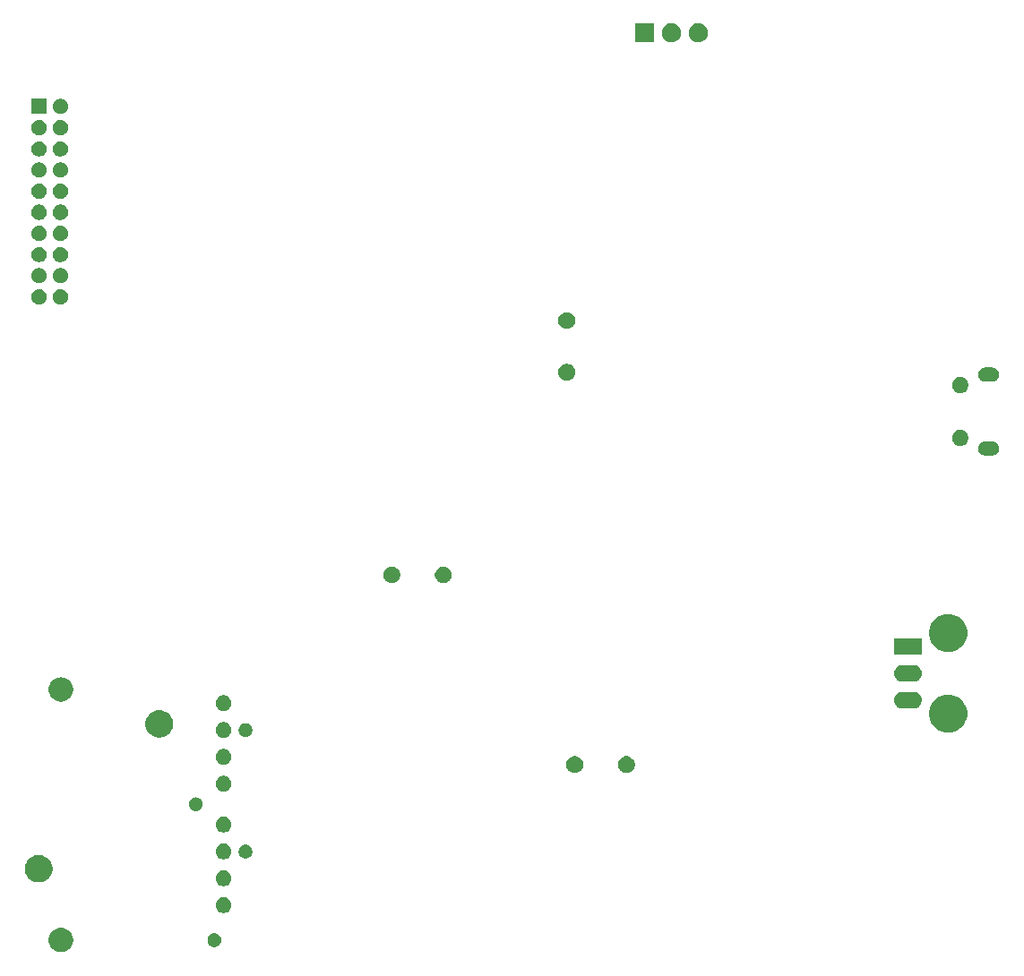
<source format=gbs>
G04 #@! TF.GenerationSoftware,KiCad,Pcbnew,5.1.5-52549c5~86~ubuntu16.04.1*
G04 #@! TF.CreationDate,2020-04-05T23:11:04+05:00*
G04 #@! TF.ProjectId,usb2most,75736232-6d6f-4737-942e-6b696361645f,rev?*
G04 #@! TF.SameCoordinates,Original*
G04 #@! TF.FileFunction,Soldermask,Bot*
G04 #@! TF.FilePolarity,Negative*
%FSLAX46Y46*%
G04 Gerber Fmt 4.6, Leading zero omitted, Abs format (unit mm)*
G04 Created by KiCad (PCBNEW 5.1.5-52549c5~86~ubuntu16.04.1) date 2020-04-05 23:11:04*
%MOMM*%
%LPD*%
G04 APERTURE LIST*
%ADD10C,0.100000*%
G04 APERTURE END LIST*
D10*
G36*
X24587324Y-107794731D02*
G01*
X24735443Y-107824194D01*
X24944729Y-107910884D01*
X25133082Y-108036737D01*
X25293263Y-108196918D01*
X25419116Y-108385271D01*
X25505806Y-108594557D01*
X25550000Y-108816735D01*
X25550000Y-109043265D01*
X25505806Y-109265443D01*
X25419116Y-109474729D01*
X25293263Y-109663082D01*
X25133082Y-109823263D01*
X24944729Y-109949116D01*
X24735443Y-110035806D01*
X24587324Y-110065269D01*
X24513266Y-110080000D01*
X24286734Y-110080000D01*
X24212676Y-110065269D01*
X24064557Y-110035806D01*
X23855271Y-109949116D01*
X23666918Y-109823263D01*
X23506737Y-109663082D01*
X23380884Y-109474729D01*
X23294194Y-109265443D01*
X23250000Y-109043265D01*
X23250000Y-108816735D01*
X23294194Y-108594557D01*
X23380884Y-108385271D01*
X23506737Y-108196918D01*
X23666918Y-108036737D01*
X23855271Y-107910884D01*
X24064557Y-107824194D01*
X24212676Y-107794731D01*
X24286734Y-107780000D01*
X24513266Y-107780000D01*
X24587324Y-107794731D01*
G37*
G36*
X39047738Y-108296653D02*
G01*
X39089598Y-108304979D01*
X39138596Y-108325275D01*
X39207889Y-108353977D01*
X39207890Y-108353978D01*
X39314351Y-108425112D01*
X39404888Y-108515649D01*
X39452418Y-108586784D01*
X39476023Y-108622111D01*
X39525021Y-108740403D01*
X39550000Y-108865979D01*
X39550000Y-108994021D01*
X39525021Y-109119597D01*
X39476023Y-109237889D01*
X39476022Y-109237890D01*
X39404888Y-109344351D01*
X39314351Y-109434888D01*
X39254727Y-109474727D01*
X39207889Y-109506023D01*
X39138596Y-109534725D01*
X39089598Y-109555021D01*
X39047738Y-109563347D01*
X38964021Y-109580000D01*
X38835979Y-109580000D01*
X38752262Y-109563347D01*
X38710402Y-109555021D01*
X38661404Y-109534725D01*
X38592111Y-109506023D01*
X38545273Y-109474727D01*
X38485649Y-109434888D01*
X38395112Y-109344351D01*
X38323978Y-109237890D01*
X38323977Y-109237889D01*
X38274979Y-109119597D01*
X38250000Y-108994021D01*
X38250000Y-108865979D01*
X38274979Y-108740403D01*
X38323977Y-108622111D01*
X38347582Y-108586784D01*
X38395112Y-108515649D01*
X38485649Y-108425112D01*
X38592110Y-108353978D01*
X38592111Y-108353977D01*
X38661404Y-108325275D01*
X38710402Y-108304979D01*
X38752262Y-108296653D01*
X38835979Y-108280000D01*
X38964021Y-108280000D01*
X39047738Y-108296653D01*
G37*
G36*
X39988766Y-104908821D02*
G01*
X40125257Y-104965358D01*
X40248097Y-105047437D01*
X40352563Y-105151903D01*
X40434642Y-105274743D01*
X40491179Y-105411234D01*
X40520000Y-105556130D01*
X40520000Y-105703870D01*
X40491179Y-105848766D01*
X40434642Y-105985257D01*
X40352563Y-106108097D01*
X40248097Y-106212563D01*
X40125257Y-106294642D01*
X39988766Y-106351179D01*
X39843870Y-106380000D01*
X39696130Y-106380000D01*
X39551234Y-106351179D01*
X39414743Y-106294642D01*
X39291903Y-106212563D01*
X39187437Y-106108097D01*
X39105358Y-105985257D01*
X39048821Y-105848766D01*
X39020000Y-105703870D01*
X39020000Y-105556130D01*
X39048821Y-105411234D01*
X39105358Y-105274743D01*
X39187437Y-105151903D01*
X39291903Y-105047437D01*
X39414743Y-104965358D01*
X39551234Y-104908821D01*
X39696130Y-104880000D01*
X39843870Y-104880000D01*
X39988766Y-104908821D01*
G37*
G36*
X39988766Y-102368821D02*
G01*
X40125257Y-102425358D01*
X40248097Y-102507437D01*
X40352563Y-102611903D01*
X40434642Y-102734743D01*
X40491179Y-102871234D01*
X40520000Y-103016130D01*
X40520000Y-103163870D01*
X40491179Y-103308766D01*
X40434642Y-103445257D01*
X40352563Y-103568097D01*
X40248097Y-103672563D01*
X40125257Y-103754642D01*
X39988766Y-103811179D01*
X39843870Y-103840000D01*
X39696130Y-103840000D01*
X39551234Y-103811179D01*
X39414743Y-103754642D01*
X39291903Y-103672563D01*
X39187437Y-103568097D01*
X39105358Y-103445257D01*
X39048821Y-103308766D01*
X39020000Y-103163870D01*
X39020000Y-103016130D01*
X39048821Y-102871234D01*
X39105358Y-102734743D01*
X39187437Y-102611903D01*
X39291903Y-102507437D01*
X39414743Y-102425358D01*
X39551234Y-102368821D01*
X39696130Y-102340000D01*
X39843870Y-102340000D01*
X39988766Y-102368821D01*
G37*
G36*
X22553617Y-100904979D02*
G01*
X22679196Y-100929958D01*
X22915781Y-101027955D01*
X23128702Y-101170224D01*
X23309776Y-101351298D01*
X23452045Y-101564219D01*
X23550042Y-101800804D01*
X23600000Y-102051961D01*
X23600000Y-102308039D01*
X23550042Y-102559196D01*
X23452045Y-102795781D01*
X23309776Y-103008702D01*
X23128702Y-103189776D01*
X22915781Y-103332045D01*
X22679196Y-103430042D01*
X22428040Y-103480000D01*
X22171960Y-103480000D01*
X21920804Y-103430042D01*
X21684219Y-103332045D01*
X21471298Y-103189776D01*
X21290224Y-103008702D01*
X21147955Y-102795781D01*
X21049958Y-102559196D01*
X21000000Y-102308039D01*
X21000000Y-102051961D01*
X21049958Y-101800804D01*
X21147955Y-101564219D01*
X21290224Y-101351298D01*
X21471298Y-101170224D01*
X21684219Y-101027955D01*
X21920804Y-100929958D01*
X22046383Y-100904979D01*
X22171960Y-100880000D01*
X22428040Y-100880000D01*
X22553617Y-100904979D01*
G37*
G36*
X39988766Y-99828821D02*
G01*
X40125257Y-99885358D01*
X40248097Y-99967437D01*
X40352563Y-100071903D01*
X40434642Y-100194743D01*
X40491179Y-100331234D01*
X40520000Y-100476130D01*
X40520000Y-100623870D01*
X40491179Y-100768766D01*
X40434642Y-100905257D01*
X40352563Y-101028097D01*
X40248097Y-101132563D01*
X40125257Y-101214642D01*
X39988766Y-101271179D01*
X39843870Y-101300000D01*
X39696130Y-101300000D01*
X39551234Y-101271179D01*
X39414743Y-101214642D01*
X39291903Y-101132563D01*
X39187437Y-101028097D01*
X39105358Y-100905257D01*
X39048821Y-100768766D01*
X39020000Y-100623870D01*
X39020000Y-100476130D01*
X39048821Y-100331234D01*
X39105358Y-100194743D01*
X39187437Y-100071903D01*
X39291903Y-99967437D01*
X39414743Y-99885358D01*
X39551234Y-99828821D01*
X39696130Y-99800000D01*
X39843870Y-99800000D01*
X39988766Y-99828821D01*
G37*
G36*
X41997738Y-99916653D02*
G01*
X42039598Y-99924979D01*
X42088596Y-99945275D01*
X42157889Y-99973977D01*
X42157890Y-99973978D01*
X42264351Y-100045112D01*
X42354888Y-100135649D01*
X42394372Y-100194742D01*
X42426023Y-100242111D01*
X42454725Y-100311404D01*
X42475021Y-100360402D01*
X42500000Y-100485981D01*
X42500000Y-100614019D01*
X42475021Y-100739598D01*
X42454725Y-100788596D01*
X42426023Y-100857889D01*
X42426022Y-100857890D01*
X42354888Y-100964351D01*
X42264351Y-101054888D01*
X42193216Y-101102418D01*
X42157889Y-101126023D01*
X42088596Y-101154725D01*
X42039598Y-101175021D01*
X41997738Y-101183347D01*
X41914021Y-101200000D01*
X41785979Y-101200000D01*
X41702262Y-101183347D01*
X41660402Y-101175021D01*
X41611404Y-101154725D01*
X41542111Y-101126023D01*
X41506784Y-101102418D01*
X41435649Y-101054888D01*
X41345112Y-100964351D01*
X41273978Y-100857890D01*
X41273977Y-100857889D01*
X41245275Y-100788596D01*
X41224979Y-100739598D01*
X41200000Y-100614019D01*
X41200000Y-100485981D01*
X41224979Y-100360402D01*
X41245275Y-100311404D01*
X41273977Y-100242111D01*
X41305628Y-100194742D01*
X41345112Y-100135649D01*
X41435649Y-100045112D01*
X41542110Y-99973978D01*
X41542111Y-99973977D01*
X41611404Y-99945275D01*
X41660402Y-99924979D01*
X41702262Y-99916653D01*
X41785979Y-99900000D01*
X41914021Y-99900000D01*
X41997738Y-99916653D01*
G37*
G36*
X39988766Y-97288821D02*
G01*
X40125257Y-97345358D01*
X40248097Y-97427437D01*
X40352563Y-97531903D01*
X40434642Y-97654743D01*
X40491179Y-97791234D01*
X40520000Y-97936130D01*
X40520000Y-98083870D01*
X40491179Y-98228766D01*
X40434642Y-98365257D01*
X40352563Y-98488097D01*
X40248097Y-98592563D01*
X40125257Y-98674642D01*
X39988766Y-98731179D01*
X39843870Y-98760000D01*
X39696130Y-98760000D01*
X39551234Y-98731179D01*
X39414743Y-98674642D01*
X39291903Y-98592563D01*
X39187437Y-98488097D01*
X39105358Y-98365257D01*
X39048821Y-98228766D01*
X39020000Y-98083870D01*
X39020000Y-97936130D01*
X39048821Y-97791234D01*
X39105358Y-97654743D01*
X39187437Y-97531903D01*
X39291903Y-97427437D01*
X39414743Y-97345358D01*
X39551234Y-97288821D01*
X39696130Y-97260000D01*
X39843870Y-97260000D01*
X39988766Y-97288821D01*
G37*
G36*
X37297738Y-95446653D02*
G01*
X37339598Y-95454979D01*
X37388596Y-95475275D01*
X37457889Y-95503977D01*
X37457890Y-95503978D01*
X37564351Y-95575112D01*
X37654888Y-95665649D01*
X37702418Y-95736784D01*
X37726023Y-95772111D01*
X37775021Y-95890403D01*
X37800000Y-96015979D01*
X37800000Y-96144021D01*
X37775021Y-96269597D01*
X37726023Y-96387889D01*
X37726022Y-96387890D01*
X37654888Y-96494351D01*
X37564351Y-96584888D01*
X37493216Y-96632418D01*
X37457889Y-96656023D01*
X37388596Y-96684725D01*
X37339598Y-96705021D01*
X37297738Y-96713347D01*
X37214021Y-96730000D01*
X37085979Y-96730000D01*
X37002262Y-96713347D01*
X36960402Y-96705021D01*
X36911404Y-96684725D01*
X36842111Y-96656023D01*
X36806784Y-96632418D01*
X36735649Y-96584888D01*
X36645112Y-96494351D01*
X36573978Y-96387890D01*
X36573977Y-96387889D01*
X36524979Y-96269597D01*
X36500000Y-96144021D01*
X36500000Y-96015979D01*
X36524979Y-95890403D01*
X36573977Y-95772111D01*
X36597582Y-95736784D01*
X36645112Y-95665649D01*
X36735649Y-95575112D01*
X36842110Y-95503978D01*
X36842111Y-95503977D01*
X36911404Y-95475275D01*
X36960402Y-95454979D01*
X37002262Y-95446653D01*
X37085979Y-95430000D01*
X37214021Y-95430000D01*
X37297738Y-95446653D01*
G37*
G36*
X39988766Y-93428821D02*
G01*
X40125257Y-93485358D01*
X40248097Y-93567437D01*
X40352563Y-93671903D01*
X40434642Y-93794743D01*
X40491179Y-93931234D01*
X40520000Y-94076130D01*
X40520000Y-94223870D01*
X40491179Y-94368766D01*
X40434642Y-94505257D01*
X40352563Y-94628097D01*
X40248097Y-94732563D01*
X40125257Y-94814642D01*
X39988766Y-94871179D01*
X39843870Y-94900000D01*
X39696130Y-94900000D01*
X39551234Y-94871179D01*
X39414743Y-94814642D01*
X39291903Y-94732563D01*
X39187437Y-94628097D01*
X39105358Y-94505257D01*
X39048821Y-94368766D01*
X39020000Y-94223870D01*
X39020000Y-94076130D01*
X39048821Y-93931234D01*
X39105358Y-93794743D01*
X39187437Y-93671903D01*
X39291903Y-93567437D01*
X39414743Y-93485358D01*
X39551234Y-93428821D01*
X39696130Y-93400000D01*
X39843870Y-93400000D01*
X39988766Y-93428821D01*
G37*
G36*
X73193351Y-91570743D02*
G01*
X73338941Y-91631048D01*
X73469970Y-91718599D01*
X73581401Y-91830030D01*
X73668952Y-91961059D01*
X73729257Y-92106649D01*
X73760000Y-92261206D01*
X73760000Y-92418794D01*
X73729257Y-92573351D01*
X73668952Y-92718941D01*
X73581401Y-92849970D01*
X73469970Y-92961401D01*
X73338941Y-93048952D01*
X73193351Y-93109257D01*
X73038794Y-93140000D01*
X72881206Y-93140000D01*
X72726649Y-93109257D01*
X72581059Y-93048952D01*
X72450030Y-92961401D01*
X72338599Y-92849970D01*
X72251048Y-92718941D01*
X72190743Y-92573351D01*
X72160000Y-92418794D01*
X72160000Y-92261206D01*
X72190743Y-92106649D01*
X72251048Y-91961059D01*
X72338599Y-91830030D01*
X72450030Y-91718599D01*
X72581059Y-91631048D01*
X72726649Y-91570743D01*
X72881206Y-91540000D01*
X73038794Y-91540000D01*
X73193351Y-91570743D01*
G37*
G36*
X78073351Y-91570743D02*
G01*
X78218941Y-91631048D01*
X78349970Y-91718599D01*
X78461401Y-91830030D01*
X78548952Y-91961059D01*
X78609257Y-92106649D01*
X78640000Y-92261206D01*
X78640000Y-92418794D01*
X78609257Y-92573351D01*
X78548952Y-92718941D01*
X78461401Y-92849970D01*
X78349970Y-92961401D01*
X78218941Y-93048952D01*
X78073351Y-93109257D01*
X77918794Y-93140000D01*
X77761206Y-93140000D01*
X77606649Y-93109257D01*
X77461059Y-93048952D01*
X77330030Y-92961401D01*
X77218599Y-92849970D01*
X77131048Y-92718941D01*
X77070743Y-92573351D01*
X77040000Y-92418794D01*
X77040000Y-92261206D01*
X77070743Y-92106649D01*
X77131048Y-91961059D01*
X77218599Y-91830030D01*
X77330030Y-91718599D01*
X77461059Y-91631048D01*
X77606649Y-91570743D01*
X77761206Y-91540000D01*
X77918794Y-91540000D01*
X78073351Y-91570743D01*
G37*
G36*
X39988766Y-90888821D02*
G01*
X40125257Y-90945358D01*
X40248097Y-91027437D01*
X40352563Y-91131903D01*
X40434642Y-91254743D01*
X40491179Y-91391234D01*
X40520000Y-91536130D01*
X40520000Y-91683870D01*
X40491179Y-91828766D01*
X40434642Y-91965257D01*
X40352563Y-92088097D01*
X40248097Y-92192563D01*
X40125257Y-92274642D01*
X39988766Y-92331179D01*
X39843870Y-92360000D01*
X39696130Y-92360000D01*
X39551234Y-92331179D01*
X39414743Y-92274642D01*
X39291903Y-92192563D01*
X39187437Y-92088097D01*
X39105358Y-91965257D01*
X39048821Y-91828766D01*
X39020000Y-91683870D01*
X39020000Y-91536130D01*
X39048821Y-91391234D01*
X39105358Y-91254743D01*
X39187437Y-91131903D01*
X39291903Y-91027437D01*
X39414743Y-90945358D01*
X39551234Y-90888821D01*
X39696130Y-90860000D01*
X39843870Y-90860000D01*
X39988766Y-90888821D01*
G37*
G36*
X39988766Y-88348821D02*
G01*
X40125257Y-88405358D01*
X40248097Y-88487437D01*
X40352563Y-88591903D01*
X40434642Y-88714743D01*
X40491179Y-88851234D01*
X40520000Y-88996130D01*
X40520000Y-89143870D01*
X40491179Y-89288766D01*
X40434642Y-89425257D01*
X40352563Y-89548097D01*
X40248097Y-89652563D01*
X40125257Y-89734642D01*
X39988766Y-89791179D01*
X39843870Y-89820000D01*
X39696130Y-89820000D01*
X39551234Y-89791179D01*
X39414743Y-89734642D01*
X39291903Y-89652563D01*
X39187437Y-89548097D01*
X39105358Y-89425257D01*
X39048821Y-89288766D01*
X39020000Y-89143870D01*
X39020000Y-88996130D01*
X39048821Y-88851234D01*
X39105358Y-88714743D01*
X39187437Y-88591903D01*
X39291903Y-88487437D01*
X39414743Y-88405358D01*
X39551234Y-88348821D01*
X39696130Y-88320000D01*
X39843870Y-88320000D01*
X39988766Y-88348821D01*
G37*
G36*
X33901645Y-87194641D02*
G01*
X34079196Y-87229958D01*
X34315781Y-87327955D01*
X34528702Y-87470224D01*
X34709776Y-87651298D01*
X34852045Y-87864219D01*
X34852046Y-87864221D01*
X34950042Y-88100805D01*
X34999376Y-88348821D01*
X35000000Y-88351961D01*
X35000000Y-88608039D01*
X34950042Y-88859196D01*
X34852045Y-89095781D01*
X34709776Y-89308702D01*
X34528702Y-89489776D01*
X34315781Y-89632045D01*
X34079196Y-89730042D01*
X33953617Y-89755021D01*
X33828040Y-89780000D01*
X33571960Y-89780000D01*
X33446383Y-89755021D01*
X33320804Y-89730042D01*
X33084219Y-89632045D01*
X32871298Y-89489776D01*
X32690224Y-89308702D01*
X32547955Y-89095781D01*
X32449958Y-88859196D01*
X32400000Y-88608039D01*
X32400000Y-88351961D01*
X32400625Y-88348821D01*
X32449958Y-88100805D01*
X32547954Y-87864221D01*
X32547955Y-87864219D01*
X32690224Y-87651298D01*
X32871298Y-87470224D01*
X33084219Y-87327955D01*
X33320804Y-87229958D01*
X33498355Y-87194641D01*
X33571960Y-87180000D01*
X33828040Y-87180000D01*
X33901645Y-87194641D01*
G37*
G36*
X41997738Y-88436653D02*
G01*
X42039598Y-88444979D01*
X42088596Y-88465275D01*
X42157889Y-88493977D01*
X42157890Y-88493978D01*
X42264351Y-88565112D01*
X42354888Y-88655649D01*
X42394372Y-88714742D01*
X42426023Y-88762111D01*
X42454725Y-88831404D01*
X42475021Y-88880402D01*
X42500000Y-89005981D01*
X42500000Y-89134019D01*
X42475021Y-89259598D01*
X42454725Y-89308596D01*
X42426023Y-89377889D01*
X42426022Y-89377890D01*
X42354888Y-89484351D01*
X42264351Y-89574888D01*
X42193216Y-89622418D01*
X42157889Y-89646023D01*
X42088596Y-89674725D01*
X42039598Y-89695021D01*
X41997738Y-89703347D01*
X41914021Y-89720000D01*
X41785979Y-89720000D01*
X41702262Y-89703347D01*
X41660402Y-89695021D01*
X41611404Y-89674725D01*
X41542111Y-89646023D01*
X41506784Y-89622418D01*
X41435649Y-89574888D01*
X41345112Y-89484351D01*
X41273978Y-89377890D01*
X41273977Y-89377889D01*
X41245275Y-89308596D01*
X41224979Y-89259598D01*
X41200000Y-89134019D01*
X41200000Y-89005981D01*
X41224979Y-88880402D01*
X41245275Y-88831404D01*
X41273977Y-88762111D01*
X41305628Y-88714742D01*
X41345112Y-88655649D01*
X41435649Y-88565112D01*
X41542110Y-88493978D01*
X41542111Y-88493977D01*
X41611404Y-88465275D01*
X41660402Y-88444979D01*
X41702262Y-88436653D01*
X41785979Y-88420000D01*
X41914021Y-88420000D01*
X41997738Y-88436653D01*
G37*
G36*
X108601162Y-85753586D02*
G01*
X108775041Y-85788173D01*
X109102620Y-85923861D01*
X109397433Y-86120849D01*
X109648151Y-86371567D01*
X109771805Y-86556628D01*
X109845140Y-86666382D01*
X109857245Y-86695606D01*
X109980827Y-86993959D01*
X110050000Y-87341716D01*
X110050000Y-87696284D01*
X109980827Y-88044041D01*
X109868420Y-88315415D01*
X109853283Y-88351960D01*
X109845139Y-88371620D01*
X109648151Y-88666433D01*
X109397433Y-88917151D01*
X109102620Y-89114139D01*
X108775041Y-89249827D01*
X108601162Y-89284414D01*
X108427286Y-89319000D01*
X108072714Y-89319000D01*
X107898838Y-89284414D01*
X107724959Y-89249827D01*
X107397380Y-89114139D01*
X107102567Y-88917151D01*
X106851849Y-88666433D01*
X106654861Y-88371620D01*
X106646718Y-88351960D01*
X106631580Y-88315415D01*
X106519173Y-88044041D01*
X106450000Y-87696284D01*
X106450000Y-87341716D01*
X106519173Y-86993959D01*
X106642755Y-86695606D01*
X106654860Y-86666382D01*
X106728195Y-86556628D01*
X106851849Y-86371567D01*
X107102567Y-86120849D01*
X107397380Y-85923861D01*
X107724959Y-85788173D01*
X107898838Y-85753586D01*
X108072714Y-85719000D01*
X108427286Y-85719000D01*
X108601162Y-85753586D01*
G37*
G36*
X39988766Y-85808821D02*
G01*
X40125257Y-85865358D01*
X40248097Y-85947437D01*
X40352563Y-86051903D01*
X40434642Y-86174743D01*
X40491179Y-86311234D01*
X40520000Y-86456130D01*
X40520000Y-86603870D01*
X40491179Y-86748766D01*
X40434642Y-86885257D01*
X40352563Y-87008097D01*
X40248097Y-87112563D01*
X40125257Y-87194642D01*
X39988766Y-87251179D01*
X39843870Y-87280000D01*
X39696130Y-87280000D01*
X39551234Y-87251179D01*
X39414743Y-87194642D01*
X39291903Y-87112563D01*
X39187437Y-87008097D01*
X39105358Y-86885257D01*
X39048821Y-86748766D01*
X39020000Y-86603870D01*
X39020000Y-86456130D01*
X39048821Y-86311234D01*
X39105358Y-86174743D01*
X39187437Y-86051903D01*
X39291903Y-85947437D01*
X39414743Y-85865358D01*
X39551234Y-85808821D01*
X39696130Y-85780000D01*
X39843870Y-85780000D01*
X39988766Y-85808821D01*
G37*
G36*
X105018471Y-85452859D02*
G01*
X105096827Y-85460576D01*
X105247628Y-85506321D01*
X105247630Y-85506322D01*
X105386605Y-85580606D01*
X105508422Y-85680578D01*
X105608394Y-85802395D01*
X105642049Y-85865359D01*
X105682679Y-85941372D01*
X105728424Y-86092173D01*
X105743870Y-86249000D01*
X105728424Y-86405827D01*
X105713164Y-86456131D01*
X105682678Y-86556630D01*
X105608394Y-86695605D01*
X105508422Y-86817422D01*
X105386605Y-86917394D01*
X105247630Y-86991678D01*
X105247628Y-86991679D01*
X105096827Y-87037424D01*
X105018471Y-87045141D01*
X104979294Y-87049000D01*
X103900706Y-87049000D01*
X103861529Y-87045141D01*
X103783173Y-87037424D01*
X103632372Y-86991679D01*
X103632370Y-86991678D01*
X103493395Y-86917394D01*
X103371578Y-86817422D01*
X103271606Y-86695605D01*
X103197322Y-86556630D01*
X103166836Y-86456131D01*
X103151576Y-86405827D01*
X103136130Y-86249000D01*
X103151576Y-86092173D01*
X103197321Y-85941372D01*
X103237951Y-85865359D01*
X103271606Y-85802395D01*
X103371578Y-85680578D01*
X103493395Y-85580606D01*
X103632370Y-85506322D01*
X103632372Y-85506321D01*
X103783173Y-85460576D01*
X103861529Y-85452859D01*
X103900706Y-85449000D01*
X104979294Y-85449000D01*
X105018471Y-85452859D01*
G37*
G36*
X24587324Y-84094731D02*
G01*
X24735443Y-84124194D01*
X24944729Y-84210884D01*
X25133082Y-84336737D01*
X25293263Y-84496918D01*
X25419116Y-84685271D01*
X25505806Y-84894557D01*
X25550000Y-85116735D01*
X25550000Y-85343265D01*
X25505806Y-85565443D01*
X25419116Y-85774729D01*
X25293263Y-85963082D01*
X25133082Y-86123263D01*
X24944729Y-86249116D01*
X24735443Y-86335806D01*
X24587324Y-86365269D01*
X24513266Y-86380000D01*
X24286734Y-86380000D01*
X24212676Y-86365269D01*
X24064557Y-86335806D01*
X23855271Y-86249116D01*
X23666918Y-86123263D01*
X23506737Y-85963082D01*
X23380884Y-85774729D01*
X23294194Y-85565443D01*
X23250000Y-85343265D01*
X23250000Y-85116735D01*
X23294194Y-84894557D01*
X23380884Y-84685271D01*
X23506737Y-84496918D01*
X23666918Y-84336737D01*
X23855271Y-84210884D01*
X24064557Y-84124194D01*
X24212676Y-84094731D01*
X24286734Y-84080000D01*
X24513266Y-84080000D01*
X24587324Y-84094731D01*
G37*
G36*
X105018471Y-82912859D02*
G01*
X105096827Y-82920576D01*
X105247628Y-82966321D01*
X105247630Y-82966322D01*
X105386605Y-83040606D01*
X105386607Y-83040607D01*
X105386606Y-83040607D01*
X105508422Y-83140578D01*
X105608393Y-83262394D01*
X105682679Y-83401372D01*
X105728424Y-83552173D01*
X105743870Y-83709000D01*
X105728424Y-83865827D01*
X105682679Y-84016628D01*
X105682678Y-84016630D01*
X105608394Y-84155605D01*
X105508422Y-84277422D01*
X105386605Y-84377394D01*
X105247630Y-84451678D01*
X105247628Y-84451679D01*
X105096827Y-84497424D01*
X105018471Y-84505141D01*
X104979294Y-84509000D01*
X103900706Y-84509000D01*
X103861529Y-84505141D01*
X103783173Y-84497424D01*
X103632372Y-84451679D01*
X103632370Y-84451678D01*
X103493395Y-84377394D01*
X103371578Y-84277422D01*
X103271606Y-84155605D01*
X103197322Y-84016630D01*
X103197321Y-84016628D01*
X103151576Y-83865827D01*
X103136130Y-83709000D01*
X103151576Y-83552173D01*
X103197321Y-83401372D01*
X103271607Y-83262394D01*
X103371578Y-83140578D01*
X103493394Y-83040607D01*
X103493393Y-83040607D01*
X103493395Y-83040606D01*
X103632370Y-82966322D01*
X103632372Y-82966321D01*
X103783173Y-82920576D01*
X103861529Y-82912859D01*
X103900706Y-82909000D01*
X104979294Y-82909000D01*
X105018471Y-82912859D01*
G37*
G36*
X105740000Y-81969000D02*
G01*
X103140000Y-81969000D01*
X103140000Y-80369000D01*
X105740000Y-80369000D01*
X105740000Y-81969000D01*
G37*
G36*
X108601163Y-78133587D02*
G01*
X108775041Y-78168173D01*
X109102620Y-78303861D01*
X109397433Y-78500849D01*
X109648151Y-78751567D01*
X109845139Y-79046380D01*
X109980827Y-79373959D01*
X110050000Y-79721716D01*
X110050000Y-80076284D01*
X109980827Y-80424041D01*
X109845139Y-80751620D01*
X109648151Y-81046433D01*
X109397433Y-81297151D01*
X109102620Y-81494139D01*
X108775041Y-81629827D01*
X108601162Y-81664414D01*
X108427286Y-81699000D01*
X108072714Y-81699000D01*
X107898838Y-81664414D01*
X107724959Y-81629827D01*
X107397380Y-81494139D01*
X107102567Y-81297151D01*
X106851849Y-81046433D01*
X106654861Y-80751620D01*
X106519173Y-80424041D01*
X106450000Y-80076284D01*
X106450000Y-79721716D01*
X106519173Y-79373959D01*
X106654861Y-79046380D01*
X106851849Y-78751567D01*
X107102567Y-78500849D01*
X107397380Y-78303861D01*
X107724959Y-78168173D01*
X107898837Y-78133587D01*
X108072714Y-78099000D01*
X108427286Y-78099000D01*
X108601163Y-78133587D01*
G37*
G36*
X60783351Y-73630743D02*
G01*
X60928941Y-73691048D01*
X61059970Y-73778599D01*
X61171401Y-73890030D01*
X61258952Y-74021059D01*
X61319257Y-74166649D01*
X61350000Y-74321206D01*
X61350000Y-74478794D01*
X61319257Y-74633351D01*
X61258952Y-74778941D01*
X61171401Y-74909970D01*
X61059970Y-75021401D01*
X60928941Y-75108952D01*
X60783351Y-75169257D01*
X60628794Y-75200000D01*
X60471206Y-75200000D01*
X60316649Y-75169257D01*
X60171059Y-75108952D01*
X60040030Y-75021401D01*
X59928599Y-74909970D01*
X59841048Y-74778941D01*
X59780743Y-74633351D01*
X59750000Y-74478794D01*
X59750000Y-74321206D01*
X59780743Y-74166649D01*
X59841048Y-74021059D01*
X59928599Y-73890030D01*
X60040030Y-73778599D01*
X60171059Y-73691048D01*
X60316649Y-73630743D01*
X60471206Y-73600000D01*
X60628794Y-73600000D01*
X60783351Y-73630743D01*
G37*
G36*
X55903351Y-73630743D02*
G01*
X56048941Y-73691048D01*
X56179970Y-73778599D01*
X56291401Y-73890030D01*
X56378952Y-74021059D01*
X56439257Y-74166649D01*
X56470000Y-74321206D01*
X56470000Y-74478794D01*
X56439257Y-74633351D01*
X56378952Y-74778941D01*
X56291401Y-74909970D01*
X56179970Y-75021401D01*
X56048941Y-75108952D01*
X55903351Y-75169257D01*
X55748794Y-75200000D01*
X55591206Y-75200000D01*
X55436649Y-75169257D01*
X55291059Y-75108952D01*
X55160030Y-75021401D01*
X55048599Y-74909970D01*
X54961048Y-74778941D01*
X54900743Y-74633351D01*
X54870000Y-74478794D01*
X54870000Y-74321206D01*
X54900743Y-74166649D01*
X54961048Y-74021059D01*
X55048599Y-73890030D01*
X55160030Y-73778599D01*
X55291059Y-73691048D01*
X55436649Y-73630743D01*
X55591206Y-73600000D01*
X55748794Y-73600000D01*
X55903351Y-73630743D01*
G37*
G36*
X112545486Y-61805229D02*
G01*
X112557423Y-61806405D01*
X112618685Y-61824989D01*
X112679948Y-61843573D01*
X112792868Y-61903930D01*
X112891843Y-61985157D01*
X112973070Y-62084132D01*
X113033427Y-62197052D01*
X113070595Y-62319578D01*
X113083145Y-62447000D01*
X113070595Y-62574422D01*
X113033427Y-62696948D01*
X112973070Y-62809868D01*
X112891843Y-62908843D01*
X112792868Y-62990070D01*
X112679948Y-63050427D01*
X112618685Y-63069011D01*
X112557423Y-63087595D01*
X112545486Y-63088771D01*
X112461932Y-63097000D01*
X111698068Y-63097000D01*
X111614514Y-63088771D01*
X111602577Y-63087595D01*
X111541315Y-63069011D01*
X111480052Y-63050427D01*
X111367132Y-62990070D01*
X111268157Y-62908843D01*
X111186930Y-62809868D01*
X111126573Y-62696948D01*
X111089405Y-62574422D01*
X111076855Y-62447000D01*
X111089405Y-62319578D01*
X111126573Y-62197052D01*
X111186930Y-62084132D01*
X111268157Y-61985157D01*
X111367132Y-61903930D01*
X111480052Y-61843573D01*
X111541315Y-61824989D01*
X111602577Y-61806405D01*
X111614514Y-61805229D01*
X111698068Y-61797000D01*
X112461932Y-61797000D01*
X112545486Y-61805229D01*
G37*
G36*
X109606059Y-60701782D02*
G01*
X109747099Y-60760203D01*
X109747100Y-60760204D01*
X109874034Y-60845018D01*
X109981982Y-60952966D01*
X109981983Y-60952968D01*
X110066797Y-61079901D01*
X110125218Y-61220941D01*
X110155000Y-61370668D01*
X110155000Y-61523332D01*
X110125218Y-61673059D01*
X110066797Y-61814099D01*
X110066796Y-61814100D01*
X109981982Y-61941034D01*
X109874034Y-62048982D01*
X109821428Y-62084132D01*
X109747099Y-62133797D01*
X109606059Y-62192218D01*
X109456332Y-62222000D01*
X109303668Y-62222000D01*
X109153941Y-62192218D01*
X109012901Y-62133797D01*
X108938572Y-62084132D01*
X108885966Y-62048982D01*
X108778018Y-61941034D01*
X108693204Y-61814100D01*
X108693203Y-61814099D01*
X108634782Y-61673059D01*
X108605000Y-61523332D01*
X108605000Y-61370668D01*
X108634782Y-61220941D01*
X108693203Y-61079901D01*
X108778017Y-60952968D01*
X108778018Y-60952966D01*
X108885966Y-60845018D01*
X109012900Y-60760204D01*
X109012901Y-60760203D01*
X109153941Y-60701782D01*
X109303668Y-60672000D01*
X109456332Y-60672000D01*
X109606059Y-60701782D01*
G37*
G36*
X109606059Y-55701782D02*
G01*
X109747099Y-55760203D01*
X109747100Y-55760204D01*
X109874034Y-55845018D01*
X109981982Y-55952966D01*
X109981983Y-55952968D01*
X110066797Y-56079901D01*
X110125218Y-56220941D01*
X110155000Y-56370668D01*
X110155000Y-56523332D01*
X110125218Y-56673059D01*
X110066797Y-56814099D01*
X110066796Y-56814100D01*
X109981982Y-56941034D01*
X109874034Y-57048982D01*
X109810136Y-57091677D01*
X109747099Y-57133797D01*
X109606059Y-57192218D01*
X109456332Y-57222000D01*
X109303668Y-57222000D01*
X109153941Y-57192218D01*
X109012901Y-57133797D01*
X108949864Y-57091677D01*
X108885966Y-57048982D01*
X108778018Y-56941034D01*
X108693204Y-56814100D01*
X108693203Y-56814099D01*
X108634782Y-56673059D01*
X108605000Y-56523332D01*
X108605000Y-56370668D01*
X108634782Y-56220941D01*
X108693203Y-56079901D01*
X108778017Y-55952968D01*
X108778018Y-55952966D01*
X108885966Y-55845018D01*
X109012900Y-55760204D01*
X109012901Y-55760203D01*
X109153941Y-55701782D01*
X109303668Y-55672000D01*
X109456332Y-55672000D01*
X109606059Y-55701782D01*
G37*
G36*
X112545486Y-54805229D02*
G01*
X112557423Y-54806405D01*
X112618685Y-54824989D01*
X112679948Y-54843573D01*
X112792868Y-54903930D01*
X112891843Y-54985157D01*
X112973070Y-55084132D01*
X113033427Y-55197052D01*
X113033427Y-55197053D01*
X113067324Y-55308793D01*
X113070595Y-55319578D01*
X113083145Y-55447000D01*
X113071720Y-55562998D01*
X113070595Y-55574423D01*
X113052011Y-55635685D01*
X113033427Y-55696948D01*
X112973070Y-55809868D01*
X112891843Y-55908843D01*
X112792868Y-55990070D01*
X112679948Y-56050427D01*
X112618685Y-56069011D01*
X112557423Y-56087595D01*
X112545486Y-56088771D01*
X112461932Y-56097000D01*
X111698068Y-56097000D01*
X111614514Y-56088771D01*
X111602577Y-56087595D01*
X111541315Y-56069011D01*
X111480052Y-56050427D01*
X111367132Y-55990070D01*
X111268157Y-55908843D01*
X111186930Y-55809868D01*
X111126573Y-55696948D01*
X111107989Y-55635685D01*
X111089405Y-55574423D01*
X111088280Y-55562998D01*
X111076855Y-55447000D01*
X111089405Y-55319578D01*
X111092677Y-55308793D01*
X111126573Y-55197053D01*
X111126573Y-55197052D01*
X111186930Y-55084132D01*
X111268157Y-54985157D01*
X111367132Y-54903930D01*
X111480052Y-54843573D01*
X111541315Y-54824989D01*
X111602577Y-54806405D01*
X111614514Y-54805229D01*
X111698068Y-54797000D01*
X112461932Y-54797000D01*
X112545486Y-54805229D01*
G37*
G36*
X72433351Y-54460743D02*
G01*
X72578941Y-54521048D01*
X72709970Y-54608599D01*
X72821401Y-54720030D01*
X72908952Y-54851059D01*
X72969257Y-54996649D01*
X73000000Y-55151206D01*
X73000000Y-55308794D01*
X72969257Y-55463351D01*
X72908952Y-55608941D01*
X72821401Y-55739970D01*
X72709970Y-55851401D01*
X72578941Y-55938952D01*
X72433351Y-55999257D01*
X72278794Y-56030000D01*
X72121206Y-56030000D01*
X71966649Y-55999257D01*
X71821059Y-55938952D01*
X71690030Y-55851401D01*
X71578599Y-55739970D01*
X71491048Y-55608941D01*
X71430743Y-55463351D01*
X71400000Y-55308794D01*
X71400000Y-55151206D01*
X71430743Y-54996649D01*
X71491048Y-54851059D01*
X71578599Y-54720030D01*
X71690030Y-54608599D01*
X71821059Y-54521048D01*
X71966649Y-54460743D01*
X72121206Y-54430000D01*
X72278794Y-54430000D01*
X72433351Y-54460743D01*
G37*
G36*
X72433351Y-49580743D02*
G01*
X72578941Y-49641048D01*
X72709970Y-49728599D01*
X72821401Y-49840030D01*
X72908952Y-49971059D01*
X72969257Y-50116649D01*
X73000000Y-50271206D01*
X73000000Y-50428794D01*
X72969257Y-50583351D01*
X72908952Y-50728941D01*
X72821401Y-50859970D01*
X72709970Y-50971401D01*
X72578941Y-51058952D01*
X72433351Y-51119257D01*
X72278794Y-51150000D01*
X72121206Y-51150000D01*
X71966649Y-51119257D01*
X71821059Y-51058952D01*
X71690030Y-50971401D01*
X71578599Y-50859970D01*
X71491048Y-50728941D01*
X71430743Y-50583351D01*
X71400000Y-50428794D01*
X71400000Y-50271206D01*
X71430743Y-50116649D01*
X71491048Y-49971059D01*
X71578599Y-49840030D01*
X71690030Y-49728599D01*
X71821059Y-49641048D01*
X71966649Y-49580743D01*
X72121206Y-49550000D01*
X72278794Y-49550000D01*
X72433351Y-49580743D01*
G37*
G36*
X24551475Y-47412861D02*
G01*
X24683416Y-47467512D01*
X24802160Y-47546855D01*
X24903145Y-47647840D01*
X24982488Y-47766584D01*
X25037139Y-47898525D01*
X25065000Y-48038592D01*
X25065000Y-48181408D01*
X25037139Y-48321475D01*
X24982488Y-48453416D01*
X24903145Y-48572160D01*
X24802160Y-48673145D01*
X24683416Y-48752488D01*
X24551475Y-48807139D01*
X24411408Y-48835000D01*
X24268592Y-48835000D01*
X24128525Y-48807139D01*
X23996584Y-48752488D01*
X23877840Y-48673145D01*
X23776855Y-48572160D01*
X23697512Y-48453416D01*
X23642861Y-48321475D01*
X23615000Y-48181408D01*
X23615000Y-48038592D01*
X23642861Y-47898525D01*
X23697512Y-47766584D01*
X23776855Y-47647840D01*
X23877840Y-47546855D01*
X23996584Y-47467512D01*
X24128525Y-47412861D01*
X24268592Y-47385000D01*
X24411408Y-47385000D01*
X24551475Y-47412861D01*
G37*
G36*
X22551475Y-47412861D02*
G01*
X22683416Y-47467512D01*
X22802160Y-47546855D01*
X22903145Y-47647840D01*
X22982488Y-47766584D01*
X23037139Y-47898525D01*
X23065000Y-48038592D01*
X23065000Y-48181408D01*
X23037139Y-48321475D01*
X22982488Y-48453416D01*
X22903145Y-48572160D01*
X22802160Y-48673145D01*
X22683416Y-48752488D01*
X22551475Y-48807139D01*
X22411408Y-48835000D01*
X22268592Y-48835000D01*
X22128525Y-48807139D01*
X21996584Y-48752488D01*
X21877840Y-48673145D01*
X21776855Y-48572160D01*
X21697512Y-48453416D01*
X21642861Y-48321475D01*
X21615000Y-48181408D01*
X21615000Y-48038592D01*
X21642861Y-47898525D01*
X21697512Y-47766584D01*
X21776855Y-47647840D01*
X21877840Y-47546855D01*
X21996584Y-47467512D01*
X22128525Y-47412861D01*
X22268592Y-47385000D01*
X22411408Y-47385000D01*
X22551475Y-47412861D01*
G37*
G36*
X24551475Y-45412861D02*
G01*
X24683416Y-45467512D01*
X24802160Y-45546855D01*
X24903145Y-45647840D01*
X24982488Y-45766584D01*
X25037139Y-45898525D01*
X25065000Y-46038592D01*
X25065000Y-46181408D01*
X25037139Y-46321475D01*
X24982488Y-46453416D01*
X24903145Y-46572160D01*
X24802160Y-46673145D01*
X24683416Y-46752488D01*
X24551475Y-46807139D01*
X24411408Y-46835000D01*
X24268592Y-46835000D01*
X24128525Y-46807139D01*
X23996584Y-46752488D01*
X23877840Y-46673145D01*
X23776855Y-46572160D01*
X23697512Y-46453416D01*
X23642861Y-46321475D01*
X23615000Y-46181408D01*
X23615000Y-46038592D01*
X23642861Y-45898525D01*
X23697512Y-45766584D01*
X23776855Y-45647840D01*
X23877840Y-45546855D01*
X23996584Y-45467512D01*
X24128525Y-45412861D01*
X24268592Y-45385000D01*
X24411408Y-45385000D01*
X24551475Y-45412861D01*
G37*
G36*
X22551475Y-45412861D02*
G01*
X22683416Y-45467512D01*
X22802160Y-45546855D01*
X22903145Y-45647840D01*
X22982488Y-45766584D01*
X23037139Y-45898525D01*
X23065000Y-46038592D01*
X23065000Y-46181408D01*
X23037139Y-46321475D01*
X22982488Y-46453416D01*
X22903145Y-46572160D01*
X22802160Y-46673145D01*
X22683416Y-46752488D01*
X22551475Y-46807139D01*
X22411408Y-46835000D01*
X22268592Y-46835000D01*
X22128525Y-46807139D01*
X21996584Y-46752488D01*
X21877840Y-46673145D01*
X21776855Y-46572160D01*
X21697512Y-46453416D01*
X21642861Y-46321475D01*
X21615000Y-46181408D01*
X21615000Y-46038592D01*
X21642861Y-45898525D01*
X21697512Y-45766584D01*
X21776855Y-45647840D01*
X21877840Y-45546855D01*
X21996584Y-45467512D01*
X22128525Y-45412861D01*
X22268592Y-45385000D01*
X22411408Y-45385000D01*
X22551475Y-45412861D01*
G37*
G36*
X24551475Y-43412861D02*
G01*
X24683416Y-43467512D01*
X24802160Y-43546855D01*
X24903145Y-43647840D01*
X24982488Y-43766584D01*
X25037139Y-43898525D01*
X25065000Y-44038592D01*
X25065000Y-44181408D01*
X25037139Y-44321475D01*
X24982488Y-44453416D01*
X24903145Y-44572160D01*
X24802160Y-44673145D01*
X24683416Y-44752488D01*
X24551475Y-44807139D01*
X24411408Y-44835000D01*
X24268592Y-44835000D01*
X24128525Y-44807139D01*
X23996584Y-44752488D01*
X23877840Y-44673145D01*
X23776855Y-44572160D01*
X23697512Y-44453416D01*
X23642861Y-44321475D01*
X23615000Y-44181408D01*
X23615000Y-44038592D01*
X23642861Y-43898525D01*
X23697512Y-43766584D01*
X23776855Y-43647840D01*
X23877840Y-43546855D01*
X23996584Y-43467512D01*
X24128525Y-43412861D01*
X24268592Y-43385000D01*
X24411408Y-43385000D01*
X24551475Y-43412861D01*
G37*
G36*
X22551475Y-43412861D02*
G01*
X22683416Y-43467512D01*
X22802160Y-43546855D01*
X22903145Y-43647840D01*
X22982488Y-43766584D01*
X23037139Y-43898525D01*
X23065000Y-44038592D01*
X23065000Y-44181408D01*
X23037139Y-44321475D01*
X22982488Y-44453416D01*
X22903145Y-44572160D01*
X22802160Y-44673145D01*
X22683416Y-44752488D01*
X22551475Y-44807139D01*
X22411408Y-44835000D01*
X22268592Y-44835000D01*
X22128525Y-44807139D01*
X21996584Y-44752488D01*
X21877840Y-44673145D01*
X21776855Y-44572160D01*
X21697512Y-44453416D01*
X21642861Y-44321475D01*
X21615000Y-44181408D01*
X21615000Y-44038592D01*
X21642861Y-43898525D01*
X21697512Y-43766584D01*
X21776855Y-43647840D01*
X21877840Y-43546855D01*
X21996584Y-43467512D01*
X22128525Y-43412861D01*
X22268592Y-43385000D01*
X22411408Y-43385000D01*
X22551475Y-43412861D01*
G37*
G36*
X22551475Y-41412861D02*
G01*
X22683416Y-41467512D01*
X22802160Y-41546855D01*
X22903145Y-41647840D01*
X22982488Y-41766584D01*
X23037139Y-41898525D01*
X23065000Y-42038592D01*
X23065000Y-42181408D01*
X23037139Y-42321475D01*
X22982488Y-42453416D01*
X22903145Y-42572160D01*
X22802160Y-42673145D01*
X22683416Y-42752488D01*
X22551475Y-42807139D01*
X22411408Y-42835000D01*
X22268592Y-42835000D01*
X22128525Y-42807139D01*
X21996584Y-42752488D01*
X21877840Y-42673145D01*
X21776855Y-42572160D01*
X21697512Y-42453416D01*
X21642861Y-42321475D01*
X21615000Y-42181408D01*
X21615000Y-42038592D01*
X21642861Y-41898525D01*
X21697512Y-41766584D01*
X21776855Y-41647840D01*
X21877840Y-41546855D01*
X21996584Y-41467512D01*
X22128525Y-41412861D01*
X22268592Y-41385000D01*
X22411408Y-41385000D01*
X22551475Y-41412861D01*
G37*
G36*
X24551475Y-41412861D02*
G01*
X24683416Y-41467512D01*
X24802160Y-41546855D01*
X24903145Y-41647840D01*
X24982488Y-41766584D01*
X25037139Y-41898525D01*
X25065000Y-42038592D01*
X25065000Y-42181408D01*
X25037139Y-42321475D01*
X24982488Y-42453416D01*
X24903145Y-42572160D01*
X24802160Y-42673145D01*
X24683416Y-42752488D01*
X24551475Y-42807139D01*
X24411408Y-42835000D01*
X24268592Y-42835000D01*
X24128525Y-42807139D01*
X23996584Y-42752488D01*
X23877840Y-42673145D01*
X23776855Y-42572160D01*
X23697512Y-42453416D01*
X23642861Y-42321475D01*
X23615000Y-42181408D01*
X23615000Y-42038592D01*
X23642861Y-41898525D01*
X23697512Y-41766584D01*
X23776855Y-41647840D01*
X23877840Y-41546855D01*
X23996584Y-41467512D01*
X24128525Y-41412861D01*
X24268592Y-41385000D01*
X24411408Y-41385000D01*
X24551475Y-41412861D01*
G37*
G36*
X22551475Y-39412861D02*
G01*
X22683416Y-39467512D01*
X22802160Y-39546855D01*
X22903145Y-39647840D01*
X22982488Y-39766584D01*
X23037139Y-39898525D01*
X23065000Y-40038592D01*
X23065000Y-40181408D01*
X23037139Y-40321475D01*
X22982488Y-40453416D01*
X22903145Y-40572160D01*
X22802160Y-40673145D01*
X22683416Y-40752488D01*
X22551475Y-40807139D01*
X22411408Y-40835000D01*
X22268592Y-40835000D01*
X22128525Y-40807139D01*
X21996584Y-40752488D01*
X21877840Y-40673145D01*
X21776855Y-40572160D01*
X21697512Y-40453416D01*
X21642861Y-40321475D01*
X21615000Y-40181408D01*
X21615000Y-40038592D01*
X21642861Y-39898525D01*
X21697512Y-39766584D01*
X21776855Y-39647840D01*
X21877840Y-39546855D01*
X21996584Y-39467512D01*
X22128525Y-39412861D01*
X22268592Y-39385000D01*
X22411408Y-39385000D01*
X22551475Y-39412861D01*
G37*
G36*
X24551475Y-39412861D02*
G01*
X24683416Y-39467512D01*
X24802160Y-39546855D01*
X24903145Y-39647840D01*
X24982488Y-39766584D01*
X25037139Y-39898525D01*
X25065000Y-40038592D01*
X25065000Y-40181408D01*
X25037139Y-40321475D01*
X24982488Y-40453416D01*
X24903145Y-40572160D01*
X24802160Y-40673145D01*
X24683416Y-40752488D01*
X24551475Y-40807139D01*
X24411408Y-40835000D01*
X24268592Y-40835000D01*
X24128525Y-40807139D01*
X23996584Y-40752488D01*
X23877840Y-40673145D01*
X23776855Y-40572160D01*
X23697512Y-40453416D01*
X23642861Y-40321475D01*
X23615000Y-40181408D01*
X23615000Y-40038592D01*
X23642861Y-39898525D01*
X23697512Y-39766584D01*
X23776855Y-39647840D01*
X23877840Y-39546855D01*
X23996584Y-39467512D01*
X24128525Y-39412861D01*
X24268592Y-39385000D01*
X24411408Y-39385000D01*
X24551475Y-39412861D01*
G37*
G36*
X22551475Y-37412861D02*
G01*
X22683416Y-37467512D01*
X22802160Y-37546855D01*
X22903145Y-37647840D01*
X22982488Y-37766584D01*
X23037139Y-37898525D01*
X23065000Y-38038592D01*
X23065000Y-38181408D01*
X23037139Y-38321475D01*
X22982488Y-38453416D01*
X22903145Y-38572160D01*
X22802160Y-38673145D01*
X22683416Y-38752488D01*
X22551475Y-38807139D01*
X22411408Y-38835000D01*
X22268592Y-38835000D01*
X22128525Y-38807139D01*
X21996584Y-38752488D01*
X21877840Y-38673145D01*
X21776855Y-38572160D01*
X21697512Y-38453416D01*
X21642861Y-38321475D01*
X21615000Y-38181408D01*
X21615000Y-38038592D01*
X21642861Y-37898525D01*
X21697512Y-37766584D01*
X21776855Y-37647840D01*
X21877840Y-37546855D01*
X21996584Y-37467512D01*
X22128525Y-37412861D01*
X22268592Y-37385000D01*
X22411408Y-37385000D01*
X22551475Y-37412861D01*
G37*
G36*
X24551475Y-37412861D02*
G01*
X24683416Y-37467512D01*
X24802160Y-37546855D01*
X24903145Y-37647840D01*
X24982488Y-37766584D01*
X25037139Y-37898525D01*
X25065000Y-38038592D01*
X25065000Y-38181408D01*
X25037139Y-38321475D01*
X24982488Y-38453416D01*
X24903145Y-38572160D01*
X24802160Y-38673145D01*
X24683416Y-38752488D01*
X24551475Y-38807139D01*
X24411408Y-38835000D01*
X24268592Y-38835000D01*
X24128525Y-38807139D01*
X23996584Y-38752488D01*
X23877840Y-38673145D01*
X23776855Y-38572160D01*
X23697512Y-38453416D01*
X23642861Y-38321475D01*
X23615000Y-38181408D01*
X23615000Y-38038592D01*
X23642861Y-37898525D01*
X23697512Y-37766584D01*
X23776855Y-37647840D01*
X23877840Y-37546855D01*
X23996584Y-37467512D01*
X24128525Y-37412861D01*
X24268592Y-37385000D01*
X24411408Y-37385000D01*
X24551475Y-37412861D01*
G37*
G36*
X24551475Y-35412861D02*
G01*
X24683416Y-35467512D01*
X24802160Y-35546855D01*
X24903145Y-35647840D01*
X24982488Y-35766584D01*
X25037139Y-35898525D01*
X25065000Y-36038592D01*
X25065000Y-36181408D01*
X25037139Y-36321475D01*
X24982488Y-36453416D01*
X24903145Y-36572160D01*
X24802160Y-36673145D01*
X24683416Y-36752488D01*
X24551475Y-36807139D01*
X24411408Y-36835000D01*
X24268592Y-36835000D01*
X24128525Y-36807139D01*
X23996584Y-36752488D01*
X23877840Y-36673145D01*
X23776855Y-36572160D01*
X23697512Y-36453416D01*
X23642861Y-36321475D01*
X23615000Y-36181408D01*
X23615000Y-36038592D01*
X23642861Y-35898525D01*
X23697512Y-35766584D01*
X23776855Y-35647840D01*
X23877840Y-35546855D01*
X23996584Y-35467512D01*
X24128525Y-35412861D01*
X24268592Y-35385000D01*
X24411408Y-35385000D01*
X24551475Y-35412861D01*
G37*
G36*
X22551475Y-35412861D02*
G01*
X22683416Y-35467512D01*
X22802160Y-35546855D01*
X22903145Y-35647840D01*
X22982488Y-35766584D01*
X23037139Y-35898525D01*
X23065000Y-36038592D01*
X23065000Y-36181408D01*
X23037139Y-36321475D01*
X22982488Y-36453416D01*
X22903145Y-36572160D01*
X22802160Y-36673145D01*
X22683416Y-36752488D01*
X22551475Y-36807139D01*
X22411408Y-36835000D01*
X22268592Y-36835000D01*
X22128525Y-36807139D01*
X21996584Y-36752488D01*
X21877840Y-36673145D01*
X21776855Y-36572160D01*
X21697512Y-36453416D01*
X21642861Y-36321475D01*
X21615000Y-36181408D01*
X21615000Y-36038592D01*
X21642861Y-35898525D01*
X21697512Y-35766584D01*
X21776855Y-35647840D01*
X21877840Y-35546855D01*
X21996584Y-35467512D01*
X22128525Y-35412861D01*
X22268592Y-35385000D01*
X22411408Y-35385000D01*
X22551475Y-35412861D01*
G37*
G36*
X24551475Y-33412861D02*
G01*
X24683416Y-33467512D01*
X24802160Y-33546855D01*
X24903145Y-33647840D01*
X24982488Y-33766584D01*
X25037139Y-33898525D01*
X25065000Y-34038592D01*
X25065000Y-34181408D01*
X25037139Y-34321475D01*
X24982488Y-34453416D01*
X24903145Y-34572160D01*
X24802160Y-34673145D01*
X24683416Y-34752488D01*
X24551475Y-34807139D01*
X24411408Y-34835000D01*
X24268592Y-34835000D01*
X24128525Y-34807139D01*
X23996584Y-34752488D01*
X23877840Y-34673145D01*
X23776855Y-34572160D01*
X23697512Y-34453416D01*
X23642861Y-34321475D01*
X23615000Y-34181408D01*
X23615000Y-34038592D01*
X23642861Y-33898525D01*
X23697512Y-33766584D01*
X23776855Y-33647840D01*
X23877840Y-33546855D01*
X23996584Y-33467512D01*
X24128525Y-33412861D01*
X24268592Y-33385000D01*
X24411408Y-33385000D01*
X24551475Y-33412861D01*
G37*
G36*
X22551475Y-33412861D02*
G01*
X22683416Y-33467512D01*
X22802160Y-33546855D01*
X22903145Y-33647840D01*
X22982488Y-33766584D01*
X23037139Y-33898525D01*
X23065000Y-34038592D01*
X23065000Y-34181408D01*
X23037139Y-34321475D01*
X22982488Y-34453416D01*
X22903145Y-34572160D01*
X22802160Y-34673145D01*
X22683416Y-34752488D01*
X22551475Y-34807139D01*
X22411408Y-34835000D01*
X22268592Y-34835000D01*
X22128525Y-34807139D01*
X21996584Y-34752488D01*
X21877840Y-34673145D01*
X21776855Y-34572160D01*
X21697512Y-34453416D01*
X21642861Y-34321475D01*
X21615000Y-34181408D01*
X21615000Y-34038592D01*
X21642861Y-33898525D01*
X21697512Y-33766584D01*
X21776855Y-33647840D01*
X21877840Y-33546855D01*
X21996584Y-33467512D01*
X22128525Y-33412861D01*
X22268592Y-33385000D01*
X22411408Y-33385000D01*
X22551475Y-33412861D01*
G37*
G36*
X24551475Y-31412861D02*
G01*
X24683416Y-31467512D01*
X24802160Y-31546855D01*
X24903145Y-31647840D01*
X24982488Y-31766584D01*
X25037139Y-31898525D01*
X25065000Y-32038592D01*
X25065000Y-32181408D01*
X25037139Y-32321475D01*
X24982488Y-32453416D01*
X24903145Y-32572160D01*
X24802160Y-32673145D01*
X24683416Y-32752488D01*
X24551475Y-32807139D01*
X24411408Y-32835000D01*
X24268592Y-32835000D01*
X24128525Y-32807139D01*
X23996584Y-32752488D01*
X23877840Y-32673145D01*
X23776855Y-32572160D01*
X23697512Y-32453416D01*
X23642861Y-32321475D01*
X23615000Y-32181408D01*
X23615000Y-32038592D01*
X23642861Y-31898525D01*
X23697512Y-31766584D01*
X23776855Y-31647840D01*
X23877840Y-31546855D01*
X23996584Y-31467512D01*
X24128525Y-31412861D01*
X24268592Y-31385000D01*
X24411408Y-31385000D01*
X24551475Y-31412861D01*
G37*
G36*
X22551475Y-31412861D02*
G01*
X22683416Y-31467512D01*
X22802160Y-31546855D01*
X22903145Y-31647840D01*
X22982488Y-31766584D01*
X23037139Y-31898525D01*
X23065000Y-32038592D01*
X23065000Y-32181408D01*
X23037139Y-32321475D01*
X22982488Y-32453416D01*
X22903145Y-32572160D01*
X22802160Y-32673145D01*
X22683416Y-32752488D01*
X22551475Y-32807139D01*
X22411408Y-32835000D01*
X22268592Y-32835000D01*
X22128525Y-32807139D01*
X21996584Y-32752488D01*
X21877840Y-32673145D01*
X21776855Y-32572160D01*
X21697512Y-32453416D01*
X21642861Y-32321475D01*
X21615000Y-32181408D01*
X21615000Y-32038592D01*
X21642861Y-31898525D01*
X21697512Y-31766584D01*
X21776855Y-31647840D01*
X21877840Y-31546855D01*
X21996584Y-31467512D01*
X22128525Y-31412861D01*
X22268592Y-31385000D01*
X22411408Y-31385000D01*
X22551475Y-31412861D01*
G37*
G36*
X24551475Y-29412861D02*
G01*
X24683416Y-29467512D01*
X24802160Y-29546855D01*
X24903145Y-29647840D01*
X24982488Y-29766584D01*
X25037139Y-29898525D01*
X25065000Y-30038592D01*
X25065000Y-30181408D01*
X25037139Y-30321475D01*
X24982488Y-30453416D01*
X24903145Y-30572160D01*
X24802160Y-30673145D01*
X24683416Y-30752488D01*
X24551475Y-30807139D01*
X24411408Y-30835000D01*
X24268592Y-30835000D01*
X24128525Y-30807139D01*
X23996584Y-30752488D01*
X23877840Y-30673145D01*
X23776855Y-30572160D01*
X23697512Y-30453416D01*
X23642861Y-30321475D01*
X23615000Y-30181408D01*
X23615000Y-30038592D01*
X23642861Y-29898525D01*
X23697512Y-29766584D01*
X23776855Y-29647840D01*
X23877840Y-29546855D01*
X23996584Y-29467512D01*
X24128525Y-29412861D01*
X24268592Y-29385000D01*
X24411408Y-29385000D01*
X24551475Y-29412861D01*
G37*
G36*
X23065000Y-30835000D02*
G01*
X21615000Y-30835000D01*
X21615000Y-29385000D01*
X23065000Y-29385000D01*
X23065000Y-30835000D01*
G37*
G36*
X80450000Y-24050000D02*
G01*
X78650000Y-24050000D01*
X78650000Y-22250000D01*
X80450000Y-22250000D01*
X80450000Y-24050000D01*
G37*
G36*
X84892520Y-22284586D02*
G01*
X85056310Y-22352430D01*
X85203717Y-22450924D01*
X85329076Y-22576283D01*
X85427570Y-22723690D01*
X85495414Y-22887480D01*
X85530000Y-23061358D01*
X85530000Y-23238642D01*
X85495414Y-23412520D01*
X85427570Y-23576310D01*
X85329076Y-23723717D01*
X85203717Y-23849076D01*
X85056310Y-23947570D01*
X85056309Y-23947571D01*
X85056308Y-23947571D01*
X84892520Y-24015414D01*
X84718644Y-24050000D01*
X84541356Y-24050000D01*
X84367480Y-24015414D01*
X84203692Y-23947571D01*
X84203691Y-23947571D01*
X84203690Y-23947570D01*
X84056283Y-23849076D01*
X83930924Y-23723717D01*
X83832430Y-23576310D01*
X83764586Y-23412520D01*
X83730000Y-23238642D01*
X83730000Y-23061358D01*
X83764586Y-22887480D01*
X83832430Y-22723690D01*
X83930924Y-22576283D01*
X84056283Y-22450924D01*
X84203690Y-22352430D01*
X84367480Y-22284586D01*
X84541356Y-22250000D01*
X84718644Y-22250000D01*
X84892520Y-22284586D01*
G37*
G36*
X82352520Y-22284586D02*
G01*
X82516310Y-22352430D01*
X82663717Y-22450924D01*
X82789076Y-22576283D01*
X82887570Y-22723690D01*
X82955414Y-22887480D01*
X82990000Y-23061358D01*
X82990000Y-23238642D01*
X82955414Y-23412520D01*
X82887570Y-23576310D01*
X82789076Y-23723717D01*
X82663717Y-23849076D01*
X82516310Y-23947570D01*
X82516309Y-23947571D01*
X82516308Y-23947571D01*
X82352520Y-24015414D01*
X82178644Y-24050000D01*
X82001356Y-24050000D01*
X81827480Y-24015414D01*
X81663692Y-23947571D01*
X81663691Y-23947571D01*
X81663690Y-23947570D01*
X81516283Y-23849076D01*
X81390924Y-23723717D01*
X81292430Y-23576310D01*
X81224586Y-23412520D01*
X81190000Y-23238642D01*
X81190000Y-23061358D01*
X81224586Y-22887480D01*
X81292430Y-22723690D01*
X81390924Y-22576283D01*
X81516283Y-22450924D01*
X81663690Y-22352430D01*
X81827480Y-22284586D01*
X82001356Y-22250000D01*
X82178644Y-22250000D01*
X82352520Y-22284586D01*
G37*
M02*

</source>
